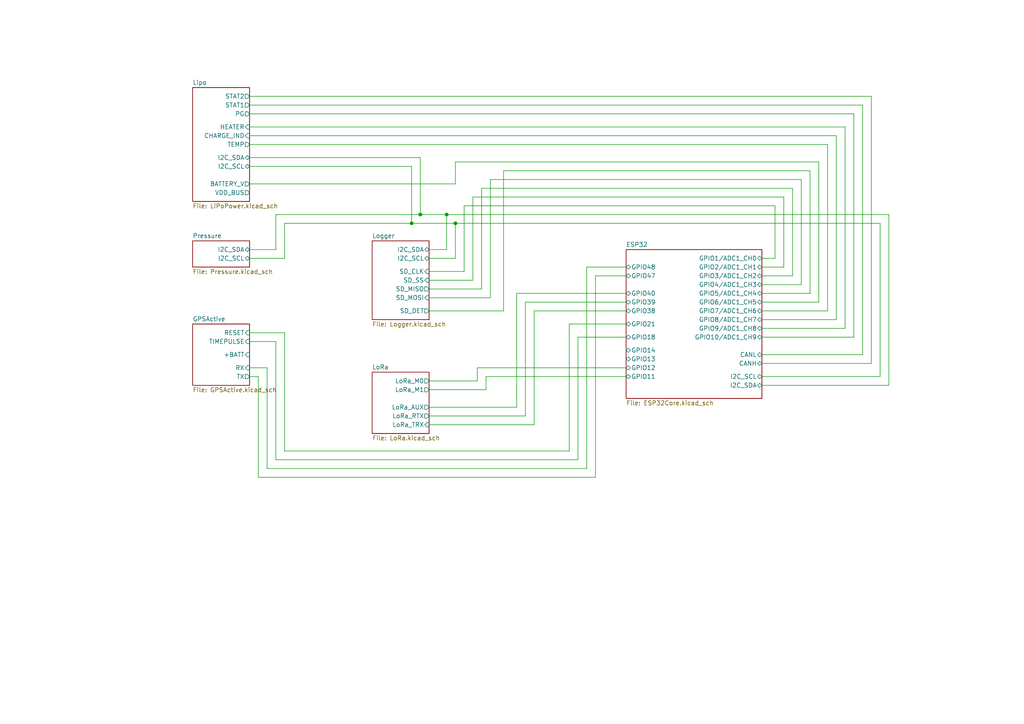
<source format=kicad_sch>
(kicad_sch
	(version 20231120)
	(generator "eeschema")
	(generator_version "8.0")
	(uuid "485a01ee-6a57-485f-8e4c-0ef4d16d0717")
	(paper "A4")
	(lib_symbols)
	(junction
		(at 119.38 64.77)
		(diameter 0)
		(color 0 0 0 0)
		(uuid "3d8fd8ac-5ddf-4f23-95d6-a15c0dc83f0b")
	)
	(junction
		(at 129.54 62.23)
		(diameter 0)
		(color 0 0 0 0)
		(uuid "9c318666-6145-4fcc-a0b9-b075ffee08e9")
	)
	(junction
		(at 121.92 62.23)
		(diameter 0)
		(color 0 0 0 0)
		(uuid "c314122e-b246-4644-9b51-4210342decef")
	)
	(junction
		(at 132.08 64.77)
		(diameter 0)
		(color 0 0 0 0)
		(uuid "c6aa7823-29ff-4c42-afe3-5c23df26f10f")
	)
	(wire
		(pts
			(xy 129.54 72.39) (xy 129.54 62.23)
		)
		(stroke
			(width 0)
			(type default)
		)
		(uuid "016f63e3-7a1e-42fc-90d1-c26a10faebd5")
	)
	(wire
		(pts
			(xy 124.46 90.17) (xy 146.05 90.17)
		)
		(stroke
			(width 0)
			(type default)
		)
		(uuid "0383a1d5-72a7-484e-a648-15dd24e9c4be")
	)
	(wire
		(pts
			(xy 146.05 90.17) (xy 146.05 49.53)
		)
		(stroke
			(width 0)
			(type default)
		)
		(uuid "0ad3b121-01ab-4ca4-9073-d4fcec9a3a53")
	)
	(wire
		(pts
			(xy 72.39 99.06) (xy 80.01 99.06)
		)
		(stroke
			(width 0)
			(type default)
		)
		(uuid "0d70fbe8-4567-462a-a349-08ee416a5db0")
	)
	(wire
		(pts
			(xy 152.4 87.63) (xy 181.61 87.63)
		)
		(stroke
			(width 0)
			(type default)
		)
		(uuid "147d42a4-d699-4205-b5eb-143cb1d0683b")
	)
	(wire
		(pts
			(xy 77.47 135.89) (xy 170.18 135.89)
		)
		(stroke
			(width 0)
			(type default)
		)
		(uuid "18011419-8456-4949-ad5b-94e819adb274")
	)
	(wire
		(pts
			(xy 245.11 36.83) (xy 72.39 36.83)
		)
		(stroke
			(width 0)
			(type default)
		)
		(uuid "18e1b075-d933-4d6c-9c63-c45cb5b763d1")
	)
	(wire
		(pts
			(xy 220.98 92.71) (xy 242.57 92.71)
		)
		(stroke
			(width 0)
			(type default)
		)
		(uuid "193628cc-6064-4ed6-bb74-1e66c2ec4b8d")
	)
	(wire
		(pts
			(xy 72.39 106.68) (xy 77.47 106.68)
		)
		(stroke
			(width 0)
			(type default)
		)
		(uuid "1df91cfa-b263-443e-b022-fd547f436308")
	)
	(wire
		(pts
			(xy 134.62 78.74) (xy 134.62 59.69)
		)
		(stroke
			(width 0)
			(type default)
		)
		(uuid "22cb41d7-75d6-4682-8248-8a528c30617c")
	)
	(wire
		(pts
			(xy 250.19 102.87) (xy 250.19 30.48)
		)
		(stroke
			(width 0)
			(type default)
		)
		(uuid "2a320ff4-52ca-4077-b2d0-0303a51b019f")
	)
	(wire
		(pts
			(xy 170.18 135.89) (xy 170.18 77.47)
		)
		(stroke
			(width 0)
			(type default)
		)
		(uuid "2a481e47-a625-4c62-9b5b-3581ab96619c")
	)
	(wire
		(pts
			(xy 167.64 97.79) (xy 181.61 97.79)
		)
		(stroke
			(width 0)
			(type default)
		)
		(uuid "2c0bc71f-e4e7-4304-be4b-a38b1389482a")
	)
	(wire
		(pts
			(xy 242.57 39.37) (xy 72.39 39.37)
		)
		(stroke
			(width 0)
			(type default)
		)
		(uuid "2e2cb199-407c-42b9-975c-ee10258aac58")
	)
	(wire
		(pts
			(xy 124.46 81.28) (xy 137.16 81.28)
		)
		(stroke
			(width 0)
			(type default)
		)
		(uuid "2fdcd131-250a-4cf6-bc0b-4d72d6c53336")
	)
	(wire
		(pts
			(xy 242.57 92.71) (xy 242.57 39.37)
		)
		(stroke
			(width 0)
			(type default)
		)
		(uuid "31a1116e-97d3-4224-81e5-024f290cd400")
	)
	(wire
		(pts
			(xy 124.46 110.49) (xy 138.43 110.49)
		)
		(stroke
			(width 0)
			(type default)
		)
		(uuid "32816792-e6a8-461a-bc71-98bee242c8f9")
	)
	(wire
		(pts
			(xy 129.54 62.23) (xy 257.81 62.23)
		)
		(stroke
			(width 0)
			(type default)
		)
		(uuid "32cd5b46-4b5c-4db8-9b7c-cadadeca6be8")
	)
	(wire
		(pts
			(xy 72.39 109.22) (xy 74.93 109.22)
		)
		(stroke
			(width 0)
			(type default)
		)
		(uuid "37c6798e-282a-487b-b9ff-3a380868b3f7")
	)
	(wire
		(pts
			(xy 165.1 130.81) (xy 165.1 93.98)
		)
		(stroke
			(width 0)
			(type default)
		)
		(uuid "37eec35d-65e1-42c3-a2aa-8d538535e026")
	)
	(wire
		(pts
			(xy 229.87 80.01) (xy 220.98 80.01)
		)
		(stroke
			(width 0)
			(type default)
		)
		(uuid "3a6d42bf-32c9-4027-b956-2c87a08c2aa9")
	)
	(wire
		(pts
			(xy 132.08 64.77) (xy 255.27 64.77)
		)
		(stroke
			(width 0)
			(type default)
		)
		(uuid "3a88bcf5-4940-43bb-9d10-f1e299dcd1ad")
	)
	(wire
		(pts
			(xy 172.72 138.43) (xy 172.72 80.01)
		)
		(stroke
			(width 0)
			(type default)
		)
		(uuid "3acc357d-c53f-42ee-bdff-6f993feacb5e")
	)
	(wire
		(pts
			(xy 124.46 123.19) (xy 154.94 123.19)
		)
		(stroke
			(width 0)
			(type default)
		)
		(uuid "3cc83749-bf83-4333-a5a8-bc99c7b91001")
	)
	(wire
		(pts
			(xy 82.55 74.93) (xy 82.55 64.77)
		)
		(stroke
			(width 0)
			(type default)
		)
		(uuid "3d61b784-83b2-4b9a-8b94-7019dda0c950")
	)
	(wire
		(pts
			(xy 80.01 62.23) (xy 121.92 62.23)
		)
		(stroke
			(width 0)
			(type default)
		)
		(uuid "409e2496-001d-4e1b-8596-6c8343767b7d")
	)
	(wire
		(pts
			(xy 72.39 74.93) (xy 82.55 74.93)
		)
		(stroke
			(width 0)
			(type default)
		)
		(uuid "445966eb-cf5e-4665-96b1-1199a0622dd6")
	)
	(wire
		(pts
			(xy 227.33 77.47) (xy 220.98 77.47)
		)
		(stroke
			(width 0)
			(type default)
		)
		(uuid "490e198d-7be3-4e9d-8069-c587e0147bae")
	)
	(wire
		(pts
			(xy 72.39 72.39) (xy 80.01 72.39)
		)
		(stroke
			(width 0)
			(type default)
		)
		(uuid "4b21d068-a9a7-4ef0-b656-27fd661083ca")
	)
	(wire
		(pts
			(xy 240.03 90.17) (xy 220.98 90.17)
		)
		(stroke
			(width 0)
			(type default)
		)
		(uuid "4e4a95df-a189-4ac7-9e9b-b64bcb8d33fc")
	)
	(wire
		(pts
			(xy 154.94 123.19) (xy 154.94 90.17)
		)
		(stroke
			(width 0)
			(type default)
		)
		(uuid "511c79c9-c5ef-44f7-bd99-d08925ada5dd")
	)
	(wire
		(pts
			(xy 124.46 78.74) (xy 134.62 78.74)
		)
		(stroke
			(width 0)
			(type default)
		)
		(uuid "552813fa-e7cb-4256-8f90-5cfa5629a31a")
	)
	(wire
		(pts
			(xy 232.41 82.55) (xy 220.98 82.55)
		)
		(stroke
			(width 0)
			(type default)
		)
		(uuid "55648958-6bfa-4abc-8303-6479e1732097")
	)
	(wire
		(pts
			(xy 252.73 105.41) (xy 220.98 105.41)
		)
		(stroke
			(width 0)
			(type default)
		)
		(uuid "57529461-2fa9-403d-9526-db81b9b50a63")
	)
	(wire
		(pts
			(xy 146.05 49.53) (xy 234.95 49.53)
		)
		(stroke
			(width 0)
			(type default)
		)
		(uuid "57658c96-af6d-4e5a-9da2-bca42cd8b075")
	)
	(wire
		(pts
			(xy 140.97 109.22) (xy 181.61 109.22)
		)
		(stroke
			(width 0)
			(type default)
		)
		(uuid "590aa16a-245b-40a8-8f4a-7381814e17b6")
	)
	(wire
		(pts
			(xy 80.01 72.39) (xy 80.01 62.23)
		)
		(stroke
			(width 0)
			(type default)
		)
		(uuid "5fa93cbf-aa89-4d3c-a482-9491acc9dc38")
	)
	(wire
		(pts
			(xy 232.41 52.07) (xy 232.41 82.55)
		)
		(stroke
			(width 0)
			(type default)
		)
		(uuid "613e870c-80a7-45a1-9e19-9bc15d1a9d30")
	)
	(wire
		(pts
			(xy 124.46 86.36) (xy 142.24 86.36)
		)
		(stroke
			(width 0)
			(type default)
		)
		(uuid "64124c9c-edc3-4c46-92a3-5d338d5afd3f")
	)
	(wire
		(pts
			(xy 138.43 110.49) (xy 138.43 106.68)
		)
		(stroke
			(width 0)
			(type default)
		)
		(uuid "650d1737-ac31-4f3f-aaae-655cd5593432")
	)
	(wire
		(pts
			(xy 255.27 64.77) (xy 255.27 109.22)
		)
		(stroke
			(width 0)
			(type default)
		)
		(uuid "6636ec93-b8c9-4971-a25d-54fbc48d1a00")
	)
	(wire
		(pts
			(xy 252.73 27.94) (xy 252.73 105.41)
		)
		(stroke
			(width 0)
			(type default)
		)
		(uuid "66a4eadf-23f5-4b06-95be-dfac790422b9")
	)
	(wire
		(pts
			(xy 220.98 97.79) (xy 247.65 97.79)
		)
		(stroke
			(width 0)
			(type default)
		)
		(uuid "66aa4b98-3e94-4093-956c-f9c23559b370")
	)
	(wire
		(pts
			(xy 82.55 130.81) (xy 165.1 130.81)
		)
		(stroke
			(width 0)
			(type default)
		)
		(uuid "67bba3d0-c6a8-4ba7-9101-33b483407c57")
	)
	(wire
		(pts
			(xy 247.65 97.79) (xy 247.65 33.02)
		)
		(stroke
			(width 0)
			(type default)
		)
		(uuid "6874f657-65d1-4191-9a42-84aca0f9afe6")
	)
	(wire
		(pts
			(xy 121.92 62.23) (xy 129.54 62.23)
		)
		(stroke
			(width 0)
			(type default)
		)
		(uuid "6ce63f37-7573-4250-9359-626c537ac221")
	)
	(wire
		(pts
			(xy 82.55 96.52) (xy 82.55 130.81)
		)
		(stroke
			(width 0)
			(type default)
		)
		(uuid "6edee3a7-0c15-4715-85a6-26bb73e89747")
	)
	(wire
		(pts
			(xy 247.65 33.02) (xy 72.39 33.02)
		)
		(stroke
			(width 0)
			(type default)
		)
		(uuid "6f5d989a-0c13-47e7-9922-31dc76061165")
	)
	(wire
		(pts
			(xy 257.81 62.23) (xy 257.81 111.76)
		)
		(stroke
			(width 0)
			(type default)
		)
		(uuid "74ad6f88-6c5b-4917-948a-e699a43c03f5")
	)
	(wire
		(pts
			(xy 167.64 133.35) (xy 167.64 97.79)
		)
		(stroke
			(width 0)
			(type default)
		)
		(uuid "7cac1133-4ba0-4687-94d5-031a67e0fee1")
	)
	(wire
		(pts
			(xy 224.79 74.93) (xy 220.98 74.93)
		)
		(stroke
			(width 0)
			(type default)
		)
		(uuid "81e0ced7-4bb3-40a9-9941-85419c3c2283")
	)
	(wire
		(pts
			(xy 72.39 48.26) (xy 119.38 48.26)
		)
		(stroke
			(width 0)
			(type default)
		)
		(uuid "84e3bb50-c694-4488-b82d-1d926cda8770")
	)
	(wire
		(pts
			(xy 139.7 54.61) (xy 229.87 54.61)
		)
		(stroke
			(width 0)
			(type default)
		)
		(uuid "8d2076b4-f31e-4d9e-8b97-5bb0c8c8a92f")
	)
	(wire
		(pts
			(xy 234.95 85.09) (xy 220.98 85.09)
		)
		(stroke
			(width 0)
			(type default)
		)
		(uuid "8d3341d7-eaf4-4256-9f27-768daee6b595")
	)
	(wire
		(pts
			(xy 119.38 64.77) (xy 132.08 64.77)
		)
		(stroke
			(width 0)
			(type default)
		)
		(uuid "91c8b5ef-f090-4ff5-96d8-ab7cb2d245fe")
	)
	(wire
		(pts
			(xy 220.98 111.76) (xy 257.81 111.76)
		)
		(stroke
			(width 0)
			(type default)
		)
		(uuid "956045c4-6fd6-4b74-807a-35c456e734a7")
	)
	(wire
		(pts
			(xy 72.39 27.94) (xy 252.73 27.94)
		)
		(stroke
			(width 0)
			(type default)
		)
		(uuid "95852ae5-da88-4de4-ac94-16e52cfc4500")
	)
	(wire
		(pts
			(xy 240.03 41.91) (xy 240.03 90.17)
		)
		(stroke
			(width 0)
			(type default)
		)
		(uuid "97a308da-b1f2-4a38-ad27-0b9ffc439142")
	)
	(wire
		(pts
			(xy 132.08 74.93) (xy 132.08 64.77)
		)
		(stroke
			(width 0)
			(type default)
		)
		(uuid "983e355d-281d-45c1-88d5-afcb2f7f5d71")
	)
	(wire
		(pts
			(xy 229.87 54.61) (xy 229.87 80.01)
		)
		(stroke
			(width 0)
			(type default)
		)
		(uuid "9a71b491-7ea7-42f2-a9b7-39596df63a05")
	)
	(wire
		(pts
			(xy 72.39 53.34) (xy 132.08 53.34)
		)
		(stroke
			(width 0)
			(type default)
		)
		(uuid "9b450e80-8a70-4ceb-b077-379261fc5655")
	)
	(wire
		(pts
			(xy 255.27 109.22) (xy 220.98 109.22)
		)
		(stroke
			(width 0)
			(type default)
		)
		(uuid "9fbe9b6b-0860-4c41-a8c0-7d69e941921f")
	)
	(wire
		(pts
			(xy 170.18 77.47) (xy 181.61 77.47)
		)
		(stroke
			(width 0)
			(type default)
		)
		(uuid "a03ebb7d-95f2-4e30-aaba-bb5878962b9f")
	)
	(wire
		(pts
			(xy 124.46 72.39) (xy 129.54 72.39)
		)
		(stroke
			(width 0)
			(type default)
		)
		(uuid "a2c286d0-98f9-4424-a8fc-f5ad1aa12673")
	)
	(wire
		(pts
			(xy 132.08 53.34) (xy 132.08 46.99)
		)
		(stroke
			(width 0)
			(type default)
		)
		(uuid "a642b4e4-afa0-4127-891c-c98e4dba7547")
	)
	(wire
		(pts
			(xy 142.24 86.36) (xy 142.24 52.07)
		)
		(stroke
			(width 0)
			(type default)
		)
		(uuid "a7941ba8-9b0a-463f-a5ea-1366107b146b")
	)
	(wire
		(pts
			(xy 124.46 83.82) (xy 139.7 83.82)
		)
		(stroke
			(width 0)
			(type default)
		)
		(uuid "a868f7ca-9ebb-4798-9a76-1efe5e090f53")
	)
	(wire
		(pts
			(xy 77.47 106.68) (xy 77.47 135.89)
		)
		(stroke
			(width 0)
			(type default)
		)
		(uuid "ac926e67-bccf-4cba-90e5-a83d731e2ed4")
	)
	(wire
		(pts
			(xy 142.24 52.07) (xy 232.41 52.07)
		)
		(stroke
			(width 0)
			(type default)
		)
		(uuid "ad24a2be-00f2-48d7-837f-eee8415b0830")
	)
	(wire
		(pts
			(xy 137.16 57.15) (xy 227.33 57.15)
		)
		(stroke
			(width 0)
			(type default)
		)
		(uuid "b09f1f3c-54a3-4ba5-992e-cb28e9bf258d")
	)
	(wire
		(pts
			(xy 154.94 90.17) (xy 181.61 90.17)
		)
		(stroke
			(width 0)
			(type default)
		)
		(uuid "b1749fe3-448c-4435-8eaf-050408dc3a75")
	)
	(wire
		(pts
			(xy 121.92 45.72) (xy 121.92 62.23)
		)
		(stroke
			(width 0)
			(type default)
		)
		(uuid "b368fbbb-85ec-42cc-bc9a-38e56db6cffb")
	)
	(wire
		(pts
			(xy 72.39 41.91) (xy 240.03 41.91)
		)
		(stroke
			(width 0)
			(type default)
		)
		(uuid "b513784a-fc8f-45ce-9c53-8c09ccee9885")
	)
	(wire
		(pts
			(xy 220.98 95.25) (xy 245.11 95.25)
		)
		(stroke
			(width 0)
			(type default)
		)
		(uuid "b816e8a1-b886-4065-b39e-2676a8eb3ed9")
	)
	(wire
		(pts
			(xy 250.19 30.48) (xy 72.39 30.48)
		)
		(stroke
			(width 0)
			(type default)
		)
		(uuid "b86cfa1a-9f17-45ba-b527-e0876ace6cd0")
	)
	(wire
		(pts
			(xy 80.01 99.06) (xy 80.01 133.35)
		)
		(stroke
			(width 0)
			(type default)
		)
		(uuid "bb0c30b0-a5dc-443d-a668-e73e47878ab6")
	)
	(wire
		(pts
			(xy 224.79 59.69) (xy 224.79 74.93)
		)
		(stroke
			(width 0)
			(type default)
		)
		(uuid "bb9bd2e5-9d53-4749-848d-3d5165f3b774")
	)
	(wire
		(pts
			(xy 149.86 118.11) (xy 149.86 85.09)
		)
		(stroke
			(width 0)
			(type default)
		)
		(uuid "bc34fe41-1a96-4fae-84c5-af38bd2ebe67")
	)
	(wire
		(pts
			(xy 152.4 120.65) (xy 152.4 87.63)
		)
		(stroke
			(width 0)
			(type default)
		)
		(uuid "c05624a7-19ac-4857-81d1-bd1f68f1d9a3")
	)
	(wire
		(pts
			(xy 124.46 118.11) (xy 149.86 118.11)
		)
		(stroke
			(width 0)
			(type default)
		)
		(uuid "c09e437b-a11e-4eb8-b159-df6e41f508cd")
	)
	(wire
		(pts
			(xy 72.39 96.52) (xy 82.55 96.52)
		)
		(stroke
			(width 0)
			(type default)
		)
		(uuid "c1089284-ffca-4778-8913-a712b55083cc")
	)
	(wire
		(pts
			(xy 140.97 113.03) (xy 140.97 109.22)
		)
		(stroke
			(width 0)
			(type default)
		)
		(uuid "c21cc4a5-c97d-4b09-8df7-b6a958247faf")
	)
	(wire
		(pts
			(xy 227.33 57.15) (xy 227.33 77.47)
		)
		(stroke
			(width 0)
			(type default)
		)
		(uuid "c33783b0-944c-4cf9-811f-46cc5dd4a833")
	)
	(wire
		(pts
			(xy 74.93 109.22) (xy 74.93 138.43)
		)
		(stroke
			(width 0)
			(type default)
		)
		(uuid "c52b02a4-8e0f-41ff-b9f4-82a92706954d")
	)
	(wire
		(pts
			(xy 119.38 48.26) (xy 119.38 64.77)
		)
		(stroke
			(width 0)
			(type default)
		)
		(uuid "c7518613-73a1-4113-866a-7a788e566766")
	)
	(wire
		(pts
			(xy 137.16 81.28) (xy 137.16 57.15)
		)
		(stroke
			(width 0)
			(type default)
		)
		(uuid "cb8e197c-30ad-4749-a83a-41b5db366c0f")
	)
	(wire
		(pts
			(xy 124.46 113.03) (xy 140.97 113.03)
		)
		(stroke
			(width 0)
			(type default)
		)
		(uuid "cd255ebd-1ed0-4020-b896-e09d1e191959")
	)
	(wire
		(pts
			(xy 134.62 59.69) (xy 224.79 59.69)
		)
		(stroke
			(width 0)
			(type default)
		)
		(uuid "d0051337-ca0c-4834-8b05-d25b480a6700")
	)
	(wire
		(pts
			(xy 124.46 120.65) (xy 152.4 120.65)
		)
		(stroke
			(width 0)
			(type default)
		)
		(uuid "d20413ed-8a3d-40d3-9297-1148a797f009")
	)
	(wire
		(pts
			(xy 124.46 74.93) (xy 132.08 74.93)
		)
		(stroke
			(width 0)
			(type default)
		)
		(uuid "d3d1cd37-f38a-4234-aec4-4d98db4e242c")
	)
	(wire
		(pts
			(xy 82.55 64.77) (xy 119.38 64.77)
		)
		(stroke
			(width 0)
			(type default)
		)
		(uuid "dc527f95-253d-483a-91b9-18b97c70198c")
	)
	(wire
		(pts
			(xy 72.39 45.72) (xy 121.92 45.72)
		)
		(stroke
			(width 0)
			(type default)
		)
		(uuid "dce7af18-1779-4116-9afa-53d13f7f81dd")
	)
	(wire
		(pts
			(xy 220.98 102.87) (xy 250.19 102.87)
		)
		(stroke
			(width 0)
			(type default)
		)
		(uuid "e281d0d1-d859-41b3-ad17-3728c1cb3741")
	)
	(wire
		(pts
			(xy 234.95 49.53) (xy 234.95 85.09)
		)
		(stroke
			(width 0)
			(type default)
		)
		(uuid "e2d3c688-4edf-4f07-8f54-b67aa85a0e17")
	)
	(wire
		(pts
			(xy 74.93 138.43) (xy 172.72 138.43)
		)
		(stroke
			(width 0)
			(type default)
		)
		(uuid "e66225b3-8372-422e-a55f-08262e94effe")
	)
	(wire
		(pts
			(xy 149.86 85.09) (xy 181.61 85.09)
		)
		(stroke
			(width 0)
			(type default)
		)
		(uuid "e691721d-d781-49df-9b56-21af84e699e8")
	)
	(wire
		(pts
			(xy 245.11 95.25) (xy 245.11 36.83)
		)
		(stroke
			(width 0)
			(type default)
		)
		(uuid "e8451905-4d16-4e5c-bbdd-896fdf861743")
	)
	(wire
		(pts
			(xy 138.43 106.68) (xy 181.61 106.68)
		)
		(stroke
			(width 0)
			(type default)
		)
		(uuid "ec43ee5f-5f4a-4ec1-804a-fbe65c62dbef")
	)
	(wire
		(pts
			(xy 139.7 83.82) (xy 139.7 54.61)
		)
		(stroke
			(width 0)
			(type default)
		)
		(uuid "f5c82e44-2303-44fc-8fd7-6c0b6a51e427")
	)
	(wire
		(pts
			(xy 237.49 87.63) (xy 220.98 87.63)
		)
		(stroke
			(width 0)
			(type default)
		)
		(uuid "f6deee37-4604-4291-8c16-71eeacd6c366")
	)
	(wire
		(pts
			(xy 237.49 46.99) (xy 237.49 87.63)
		)
		(stroke
			(width 0)
			(type default)
		)
		(uuid "f6ef63c8-695c-4106-adef-395ef048730f")
	)
	(wire
		(pts
			(xy 80.01 133.35) (xy 167.64 133.35)
		)
		(stroke
			(width 0)
			(type default)
		)
		(uuid "f819b385-2465-4a72-9894-1277409a9039")
	)
	(wire
		(pts
			(xy 165.1 93.98) (xy 181.61 93.98)
		)
		(stroke
			(width 0)
			(type default)
		)
		(uuid "fb53278c-b920-47b6-ab9e-68553a2bace5")
	)
	(wire
		(pts
			(xy 132.08 46.99) (xy 237.49 46.99)
		)
		(stroke
			(width 0)
			(type default)
		)
		(uuid "fce3bc6e-abda-4de5-9889-2c22174ebe2c")
	)
	(wire
		(pts
			(xy 172.72 80.01) (xy 181.61 80.01)
		)
		(stroke
			(width 0)
			(type default)
		)
		(uuid "ffe8aed1-5f77-4e2a-b8f8-697d7b0a5243")
	)
	(sheet
		(at 55.88 93.98)
		(size 16.51 17.78)
		(fields_autoplaced yes)
		(stroke
			(width 0.1524)
			(type solid)
		)
		(fill
			(color 0 0 0 0.0000)
		)
		(uuid "044808ad-7608-410e-b679-04e2fdf81d41")
		(property "Sheetname" "GPSActive"
			(at 55.88 93.2684 0)
			(effects
				(font
					(size 1.27 1.27)
				)
				(justify left bottom)
			)
		)
		(property "Sheetfile" "GPSActive.kicad_sch"
			(at 55.88 112.3446 0)
			(effects
				(font
					(size 1.27 1.27)
				)
				(justify left top)
			)
		)
		(pin "TX" output
			(at 72.39 109.22 0)
			(effects
				(font
					(size 1.27 1.27)
				)
				(justify right)
			)
			(uuid "87f256f8-11b1-4772-9fca-c9c90d1a5d14")
		)
		(pin "RESET" input
			(at 72.39 96.52 0)
			(effects
				(font
					(size 1.27 1.27)
				)
				(justify right)
			)
			(uuid "94e6d7d2-3b0f-4aca-961b-0b3bc571cae1")
		)
		(pin "TIMEPULSE" input
			(at 72.39 99.06 0)
			(effects
				(font
					(size 1.27 1.27)
				)
				(justify right)
			)
			(uuid "a3dcf9d1-2147-44a8-808d-20af0e7d729e")
		)
		(pin "+BATT" input
			(at 72.39 102.87 0)
			(effects
				(font
					(size 1.27 1.27)
				)
				(justify right)
			)
			(uuid "db2d3cef-5915-462b-8345-69e07f4c2bac")
		)
		(pin "RX" input
			(at 72.39 106.68 0)
			(effects
				(font
					(size 1.27 1.27)
				)
				(justify right)
			)
			(uuid "4b4cef15-b926-4c0f-bd0d-3afc9cdbfd20")
		)
		(instances
			(project "Tracker"
				(path "/485a01ee-6a57-485f-8e4c-0ef4d16d0717"
					(page "6")
				)
			)
		)
	)
	(sheet
		(at 181.61 72.39)
		(size 39.37 43.18)
		(fields_autoplaced yes)
		(stroke
			(width 0.1524)
			(type solid)
		)
		(fill
			(color 0 0 0 0.0000)
		)
		(uuid "5cabaded-bd55-4994-a616-0c2b094775d8")
		(property "Sheetname" "ESP32"
			(at 181.61 71.6784 0)
			(effects
				(font
					(size 1.27 1.27)
				)
				(justify left bottom)
			)
		)
		(property "Sheetfile" "ESP32Core.kicad_sch"
			(at 181.61 116.1546 0)
			(effects
				(font
					(size 1.27 1.27)
				)
				(justify left top)
			)
		)
		(pin "GPIO3{slash}ADC1_CH2" bidirectional
			(at 220.98 80.01 0)
			(effects
				(font
					(size 1.27 1.27)
				)
				(justify right)
			)
			(uuid "e23042fb-b9fa-4a9c-a519-266673479b24")
		)
		(pin "GPIO2{slash}ADC1_CH1" bidirectional
			(at 220.98 77.47 0)
			(effects
				(font
					(size 1.27 1.27)
				)
				(justify right)
			)
			(uuid "a93a28ee-c356-45e0-b533-97b3d2115aa6")
		)
		(pin "GPIO5{slash}ADC1_CH4" bidirectional
			(at 220.98 85.09 0)
			(effects
				(font
					(size 1.27 1.27)
				)
				(justify right)
			)
			(uuid "a832ea81-eb13-400b-a3b3-bc0cacf78f1b")
		)
		(pin "GPIO4{slash}ADC1_CH3" bidirectional
			(at 220.98 82.55 0)
			(effects
				(font
					(size 1.27 1.27)
				)
				(justify right)
			)
			(uuid "3063782c-1541-4c9a-b787-f818d1e91a6f")
		)
		(pin "GPIO1{slash}ADC1_CH0" bidirectional
			(at 220.98 74.93 0)
			(effects
				(font
					(size 1.27 1.27)
				)
				(justify right)
			)
			(uuid "5c76db8b-2810-46a0-b80d-8a1772bd7edf")
		)
		(pin "GPIO6{slash}ADC1_CH5" bidirectional
			(at 220.98 87.63 0)
			(effects
				(font
					(size 1.27 1.27)
				)
				(justify right)
			)
			(uuid "c647f73e-b1ce-4556-8a08-6f92cdf9cbea")
		)
		(pin "GPIO7{slash}ADC1_CH6" bidirectional
			(at 220.98 90.17 0)
			(effects
				(font
					(size 1.27 1.27)
				)
				(justify right)
			)
			(uuid "1159e756-7b14-41eb-b20e-415b27e13945")
		)
		(pin "CANL" bidirectional
			(at 220.98 102.87 0)
			(effects
				(font
					(size 1.27 1.27)
				)
				(justify right)
			)
			(uuid "d27d0c58-4332-4a2e-801e-43b816467a92")
		)
		(pin "CANH" bidirectional
			(at 220.98 105.41 0)
			(effects
				(font
					(size 1.27 1.27)
				)
				(justify right)
			)
			(uuid "e3348345-c84e-4a95-a35f-042e661839b7")
		)
		(pin "I2C_SCL" bidirectional
			(at 220.98 109.22 0)
			(effects
				(font
					(size 1.27 1.27)
				)
				(justify right)
			)
			(uuid "355a8cb7-aca6-4578-8c9d-619b88936b97")
		)
		(pin "GPIO40" bidirectional
			(at 181.61 85.09 180)
			(effects
				(font
					(size 1.27 1.27)
				)
				(justify left)
			)
			(uuid "9aff766a-3516-4433-af06-65461d4d3f26")
		)
		(pin "GPIO39" bidirectional
			(at 181.61 87.63 180)
			(effects
				(font
					(size 1.27 1.27)
				)
				(justify left)
			)
			(uuid "36793dca-62c9-42e6-8ede-572863dec02d")
		)
		(pin "GPIO13" bidirectional
			(at 181.61 104.14 180)
			(effects
				(font
					(size 1.27 1.27)
				)
				(justify left)
			)
			(uuid "e736aca6-ffd2-4b8d-813c-3e43e5429b66")
		)
		(pin "GPIO12" bidirectional
			(at 181.61 106.68 180)
			(effects
				(font
					(size 1.27 1.27)
				)
				(justify left)
			)
			(uuid "34043e75-7c36-4718-8047-8abc1f452175")
		)
		(pin "GPIO8{slash}ADC1_CH7" bidirectional
			(at 220.98 92.71 0)
			(effects
				(font
					(size 1.27 1.27)
				)
				(justify right)
			)
			(uuid "77679eb2-45ce-4a37-8983-06c738a72250")
		)
		(pin "GPIO9{slash}ADC1_CH8" bidirectional
			(at 220.98 95.25 0)
			(effects
				(font
					(size 1.27 1.27)
				)
				(justify right)
			)
			(uuid "a9471972-7b49-4163-adf7-f4b990379566")
		)
		(pin "GPIO10{slash}ADC1_CH9" bidirectional
			(at 220.98 97.79 0)
			(effects
				(font
					(size 1.27 1.27)
				)
				(justify right)
			)
			(uuid "a64cd5de-c6a6-4cac-9ecf-6c8c547fa003")
		)
		(pin "GPIO11" bidirectional
			(at 181.61 109.22 180)
			(effects
				(font
					(size 1.27 1.27)
				)
				(justify left)
			)
			(uuid "118cbb16-2df2-4e44-bdec-2eb85fc74467")
		)
		(pin "GPIO48" bidirectional
			(at 181.61 77.47 180)
			(effects
				(font
					(size 1.27 1.27)
				)
				(justify left)
			)
			(uuid "2b2741df-e813-451d-8f63-86913891fe08")
		)
		(pin "GPIO47" bidirectional
			(at 181.61 80.01 180)
			(effects
				(font
					(size 1.27 1.27)
				)
				(justify left)
			)
			(uuid "90a955eb-ef4b-4a4f-819d-bb36fdad8116")
		)
		(pin "I2C_SDA" bidirectional
			(at 220.98 111.76 0)
			(effects
				(font
					(size 1.27 1.27)
				)
				(justify right)
			)
			(uuid "51ab3872-ab97-4389-a6d4-8427784df250")
		)
		(pin "GPIO18" bidirectional
			(at 181.61 97.79 180)
			(effects
				(font
					(size 1.27 1.27)
				)
				(justify left)
			)
			(uuid "34749f30-c5d4-4c40-a40c-a49b15be0e16")
		)
		(pin "GPIO21" bidirectional
			(at 181.61 93.98 180)
			(effects
				(font
					(size 1.27 1.27)
				)
				(justify left)
			)
			(uuid "2b4d68a0-633d-44ea-be93-7806301b0456")
		)
		(pin "GPIO14" bidirectional
			(at 181.61 101.6 180)
			(effects
				(font
					(size 1.27 1.27)
				)
				(justify left)
			)
			(uuid "4c57ea0d-c600-4710-aca2-9448426a3546")
		)
		(pin "GPIO38" bidirectional
			(at 181.61 90.17 180)
			(effects
				(font
					(size 1.27 1.27)
				)
				(justify left)
			)
			(uuid "c0e6e34c-81b1-4583-baf7-d42e3de8f365")
		)
		(instances
			(project "Tracker"
				(path "/485a01ee-6a57-485f-8e4c-0ef4d16d0717"
					(page "6")
				)
			)
		)
	)
	(sheet
		(at 107.95 69.85)
		(size 16.51 22.86)
		(fields_autoplaced yes)
		(stroke
			(width 0.1524)
			(type solid)
		)
		(fill
			(color 0 0 0 0.0000)
		)
		(uuid "a23375f4-2e82-4db5-822a-fa2e41534a72")
		(property "Sheetname" "Logger"
			(at 107.95 69.1384 0)
			(effects
				(font
					(size 1.27 1.27)
				)
				(justify left bottom)
			)
		)
		(property "Sheetfile" "Logger.kicad_sch"
			(at 107.95 93.2946 0)
			(effects
				(font
					(size 1.27 1.27)
				)
				(justify left top)
			)
		)
		(pin "SD_DET" output
			(at 124.46 90.17 0)
			(effects
				(font
					(size 1.27 1.27)
				)
				(justify right)
			)
			(uuid "8a5e2501-9038-4f2e-ac6b-d6bb53f581ed")
		)
		(pin "SD_MOSI" input
			(at 124.46 86.36 0)
			(effects
				(font
					(size 1.27 1.27)
				)
				(justify right)
			)
			(uuid "71fd2ea9-b97c-4ed6-972d-85f386a0ac95")
		)
		(pin "SD_MISO" output
			(at 124.46 83.82 0)
			(effects
				(font
					(size 1.27 1.27)
				)
				(justify right)
			)
			(uuid "57a6e978-21ad-4c91-a5cb-1d473e234c14")
		)
		(pin "SD_SS" input
			(at 124.46 81.28 0)
			(effects
				(font
					(size 1.27 1.27)
				)
				(justify right)
			)
			(uuid "b0c740e9-278f-4969-913e-e62c2633c9c8")
		)
		(pin "SD_CLK" input
			(at 124.46 78.74 0)
			(effects
				(font
					(size 1.27 1.27)
				)
				(justify right)
			)
			(uuid "94e9eed9-8bb2-4627-af6d-3f1ed91db1eb")
		)
		(pin "I2C_SCL" bidirectional
			(at 124.46 74.93 0)
			(effects
				(font
					(size 1.27 1.27)
				)
				(justify right)
			)
			(uuid "72dae9eb-6282-410b-91ff-7cbca538559c")
		)
		(pin "I2C_SDA" bidirectional
			(at 124.46 72.39 0)
			(effects
				(font
					(size 1.27 1.27)
				)
				(justify right)
			)
			(uuid "fa0a121f-71a8-44a9-8fdc-95697bd4cb76")
		)
		(instances
			(project "Tracker"
				(path "/485a01ee-6a57-485f-8e4c-0ef4d16d0717"
					(page "4")
				)
			)
		)
	)
	(sheet
		(at 55.88 25.4)
		(size 16.51 33.02)
		(fields_autoplaced yes)
		(stroke
			(width 0.1524)
			(type solid)
		)
		(fill
			(color 0 0 0 0.0000)
		)
		(uuid "b564a1a6-880f-4f3f-9b5e-b689a4514f2f")
		(property "Sheetname" "Lipo"
			(at 55.88 24.6884 0)
			(effects
				(font
					(size 1.27 1.27)
				)
				(justify left bottom)
			)
		)
		(property "Sheetfile" "LiPoPower.kicad_sch"
			(at 55.88 59.0046 0)
			(effects
				(font
					(size 1.27 1.27)
				)
				(justify left top)
			)
		)
		(pin "TEMP" output
			(at 72.39 41.91 0)
			(effects
				(font
					(size 1.27 1.27)
				)
				(justify right)
			)
			(uuid "603a4a47-10f4-4c4c-88f4-1b09c90a3ce6")
		)
		(pin "CHARGE_IND" input
			(at 72.39 39.37 0)
			(effects
				(font
					(size 1.27 1.27)
				)
				(justify right)
			)
			(uuid "1b477a83-e6f2-46a1-8bbe-18621d118ea7")
		)
		(pin "HEATER" input
			(at 72.39 36.83 0)
			(effects
				(font
					(size 1.27 1.27)
				)
				(justify right)
			)
			(uuid "a3874873-3565-4aa7-b9a8-1f0c8fa35ed9")
		)
		(pin "PG" output
			(at 72.39 33.02 0)
			(effects
				(font
					(size 1.27 1.27)
				)
				(justify right)
			)
			(uuid "38e35214-2fab-477d-ae46-ac762ed82adc")
		)
		(pin "STAT1" output
			(at 72.39 30.48 0)
			(effects
				(font
					(size 1.27 1.27)
				)
				(justify right)
			)
			(uuid "c30c38a6-2f2a-418a-a7b6-ad52fc501ab8")
		)
		(pin "STAT2" output
			(at 72.39 27.94 0)
			(effects
				(font
					(size 1.27 1.27)
				)
				(justify right)
			)
			(uuid "3306d1af-09c4-4205-b81c-483714969082")
		)
		(pin "I2C_SCL" bidirectional
			(at 72.39 48.26 0)
			(effects
				(font
					(size 1.27 1.27)
				)
				(justify right)
			)
			(uuid "4130c42f-5ad1-4626-ae57-ac51b6386f60")
		)
		(pin "I2C_SDA" bidirectional
			(at 72.39 45.72 0)
			(effects
				(font
					(size 1.27 1.27)
				)
				(justify right)
			)
			(uuid "0deddf55-0cbe-4587-93ee-0ce083709517")
		)
		(pin "VDD_BUS" output
			(at 72.39 55.88 0)
			(effects
				(font
					(size 1.27 1.27)
				)
				(justify right)
			)
			(uuid "fe7d395a-5420-4c4f-a123-b68d99adc904")
		)
		(pin "BATTERY_V" output
			(at 72.39 53.34 0)
			(effects
				(font
					(size 1.27 1.27)
				)
				(justify right)
			)
			(uuid "1519b742-d08a-4d16-a5d1-242eb0eab8ac")
		)
		(instances
			(project "Tracker"
				(path "/485a01ee-6a57-485f-8e4c-0ef4d16d0717"
					(page "7")
				)
			)
		)
	)
	(sheet
		(at 107.95 107.95)
		(size 16.51 17.78)
		(fields_autoplaced yes)
		(stroke
			(width 0.1524)
			(type solid)
		)
		(fill
			(color 0 0 0 0.0000)
		)
		(uuid "efd7ae85-9fe5-4157-81cb-d43dd184a75d")
		(property "Sheetname" "LoRa"
			(at 107.95 107.2384 0)
			(effects
				(font
					(size 1.27 1.27)
				)
				(justify left bottom)
			)
		)
		(property "Sheetfile" "LoRa.kicad_sch"
			(at 107.95 126.3146 0)
			(effects
				(font
					(size 1.27 1.27)
				)
				(justify left top)
			)
		)
		(pin "LoRa_M0" output
			(at 124.46 110.49 0)
			(effects
				(font
					(size 1.27 1.27)
				)
				(justify right)
			)
			(uuid "21bb4944-787c-4ab8-81d1-ae7f4617e178")
		)
		(pin "LoRa_AUX" output
			(at 124.46 118.11 0)
			(effects
				(font
					(size 1.27 1.27)
				)
				(justify right)
			)
			(uuid "cb2e2418-05b5-4bb2-b55a-9ad94cbc3860")
		)
		(pin "LoRa_M1" output
			(at 124.46 113.03 0)
			(effects
				(font
					(size 1.27 1.27)
				)
				(justify right)
			)
			(uuid "bee0910a-c510-434b-af3f-f8af9b0ffd7a")
		)
		(pin "LoRa_RTX" output
			(at 124.46 120.65 0)
			(effects
				(font
					(size 1.27 1.27)
				)
				(justify right)
			)
			(uuid "8f143af7-87ef-4c10-a522-b7a58da912d8")
		)
		(pin "LoRa_TRX" input
			(at 124.46 123.19 0)
			(effects
				(font
					(size 1.27 1.27)
				)
				(justify right)
			)
			(uuid "1f6603d1-d60b-4429-a722-c32b5baba470")
		)
		(instances
			(project "Tracker"
				(path "/485a01ee-6a57-485f-8e4c-0ef4d16d0717"
					(page "5")
				)
			)
		)
	)
	(sheet
		(at 55.88 69.85)
		(size 16.51 7.62)
		(fields_autoplaced yes)
		(stroke
			(width 0.1524)
			(type solid)
		)
		(fill
			(color 0 0 0 0.0000)
		)
		(uuid "f2c822c2-ff23-4752-bd0e-ff71e3258c4d")
		(property "Sheetname" "Pressure"
			(at 55.88 69.1384 0)
			(effects
				(font
					(size 1.27 1.27)
				)
				(justify left bottom)
			)
		)
		(property "Sheetfile" "Pressure.kicad_sch"
			(at 55.88 78.0546 0)
			(effects
				(font
					(size 1.27 1.27)
				)
				(justify left top)
			)
		)
		(pin "I2C_SCL" bidirectional
			(at 72.39 74.93 0)
			(effects
				(font
					(size 1.27 1.27)
				)
				(justify right)
			)
			(uuid "0a2a1a3d-5a6a-4644-b4b3-86a9f85db351")
		)
		(pin "I2C_SDA" bidirectional
			(at 72.39 72.39 0)
			(effects
				(font
					(size 1.27 1.27)
				)
				(justify right)
			)
			(uuid "88dcecf0-e889-43b9-9a80-01235a245ba1")
		)
		(instances
			(project "Tracker"
				(path "/485a01ee-6a57-485f-8e4c-0ef4d16d0717"
					(page "3")
				)
			)
		)
	)
	(sheet_instances
		(path "/"
			(page "1")
		)
	)
)
</source>
